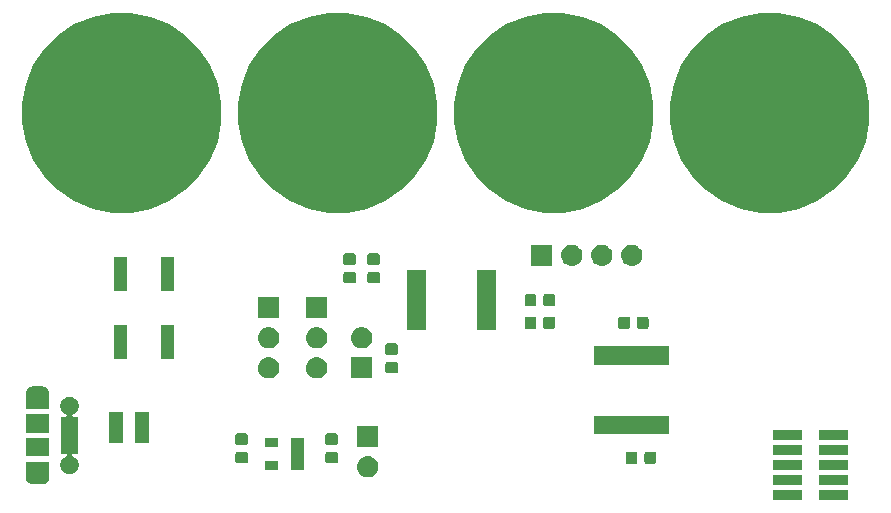
<source format=gbr>
G04 #@! TF.GenerationSoftware,KiCad,Pcbnew,(5.0.1-3-g963ef8bb5)*
G04 #@! TF.CreationDate,2018-11-12T01:28:12+01:00*
G04 #@! TF.ProjectId,MCUmeter,4D43556D657465722E6B696361645F70,rev?*
G04 #@! TF.SameCoordinates,Original*
G04 #@! TF.FileFunction,Soldermask,Top*
G04 #@! TF.FilePolarity,Negative*
%FSLAX46Y46*%
G04 Gerber Fmt 4.6, Leading zero omitted, Abs format (unit mm)*
G04 Created by KiCad (PCBNEW (5.0.1-3-g963ef8bb5)) date 2018 November 12, Monday 01:28:12*
%MOMM*%
%LPD*%
G01*
G04 APERTURE LIST*
%ADD10C,0.100000*%
G04 APERTURE END LIST*
D10*
G36*
X158059000Y-83606000D02*
X155557000Y-83606000D01*
X155557000Y-82764000D01*
X158059000Y-82764000D01*
X158059000Y-83606000D01*
X158059000Y-83606000D01*
G37*
G36*
X154159000Y-83606000D02*
X151657000Y-83606000D01*
X151657000Y-82764000D01*
X154159000Y-82764000D01*
X154159000Y-83606000D01*
X154159000Y-83606000D01*
G37*
G36*
X158059000Y-82336000D02*
X155557000Y-82336000D01*
X155557000Y-81494000D01*
X158059000Y-81494000D01*
X158059000Y-82336000D01*
X158059000Y-82336000D01*
G37*
G36*
X154159000Y-82336000D02*
X151657000Y-82336000D01*
X151657000Y-81494000D01*
X154159000Y-81494000D01*
X154159000Y-82336000D01*
X154159000Y-82336000D01*
G37*
G36*
X90409000Y-81566886D02*
X90409602Y-81579138D01*
X90412149Y-81605000D01*
X90409602Y-81630862D01*
X90409000Y-81643114D01*
X90409000Y-81716407D01*
X90400043Y-81733165D01*
X90395910Y-81744715D01*
X90362355Y-81855333D01*
X90308819Y-81955491D01*
X90301905Y-81968426D01*
X90220553Y-82067553D01*
X90121426Y-82148905D01*
X90121424Y-82148906D01*
X90008333Y-82209355D01*
X89967427Y-82221763D01*
X89885618Y-82246580D01*
X89821855Y-82252860D01*
X89789974Y-82256000D01*
X89026026Y-82256000D01*
X88994145Y-82252860D01*
X88930382Y-82246580D01*
X88848573Y-82221763D01*
X88807667Y-82209355D01*
X88694576Y-82148906D01*
X88694574Y-82148905D01*
X88595447Y-82067553D01*
X88514095Y-81968426D01*
X88507181Y-81955491D01*
X88453645Y-81855333D01*
X88420090Y-81744715D01*
X88410712Y-81722076D01*
X88407000Y-81716520D01*
X88407000Y-81643114D01*
X88406398Y-81630862D01*
X88403851Y-81605000D01*
X88406398Y-81579138D01*
X88407000Y-81566886D01*
X88407000Y-80354000D01*
X90409000Y-80354000D01*
X90409000Y-81566886D01*
X90409000Y-81566886D01*
G37*
G36*
X117458442Y-79877518D02*
X117524627Y-79884037D01*
X117597029Y-79906000D01*
X117694467Y-79935557D01*
X117819222Y-80002241D01*
X117850991Y-80019222D01*
X117886729Y-80048552D01*
X117988186Y-80131814D01*
X118063840Y-80224000D01*
X118100778Y-80269009D01*
X118100779Y-80269011D01*
X118184443Y-80425533D01*
X118184443Y-80425534D01*
X118235963Y-80595373D01*
X118253359Y-80772000D01*
X118235963Y-80948627D01*
X118201846Y-81061095D01*
X118184443Y-81118467D01*
X118171625Y-81142447D01*
X118100778Y-81274991D01*
X118086259Y-81292682D01*
X117988186Y-81412186D01*
X117908743Y-81477382D01*
X117850991Y-81524778D01*
X117850989Y-81524779D01*
X117694467Y-81608443D01*
X117637853Y-81625616D01*
X117524627Y-81659963D01*
X117458442Y-81666482D01*
X117392260Y-81673000D01*
X117303740Y-81673000D01*
X117237558Y-81666482D01*
X117171373Y-81659963D01*
X117058147Y-81625616D01*
X117001533Y-81608443D01*
X116845011Y-81524779D01*
X116845009Y-81524778D01*
X116787257Y-81477382D01*
X116707814Y-81412186D01*
X116609741Y-81292682D01*
X116595222Y-81274991D01*
X116524375Y-81142447D01*
X116511557Y-81118467D01*
X116494154Y-81061095D01*
X116460037Y-80948627D01*
X116442641Y-80772000D01*
X116460037Y-80595373D01*
X116511557Y-80425534D01*
X116511557Y-80425533D01*
X116595221Y-80269011D01*
X116595222Y-80269009D01*
X116632160Y-80224000D01*
X116707814Y-80131814D01*
X116809271Y-80048552D01*
X116845009Y-80019222D01*
X116876778Y-80002241D01*
X117001533Y-79935557D01*
X117098971Y-79906000D01*
X117171373Y-79884037D01*
X117237558Y-79877518D01*
X117303740Y-79871000D01*
X117392260Y-79871000D01*
X117458442Y-79877518D01*
X117458442Y-79877518D01*
G37*
G36*
X92334349Y-74858820D02*
X92334352Y-74858821D01*
X92334351Y-74858821D01*
X92475574Y-74917317D01*
X92600956Y-75001095D01*
X92602674Y-75002243D01*
X92710757Y-75110326D01*
X92710759Y-75110329D01*
X92795683Y-75237426D01*
X92840927Y-75346657D01*
X92854180Y-75378651D01*
X92884000Y-75528569D01*
X92884000Y-75681431D01*
X92854180Y-75831349D01*
X92854179Y-75831351D01*
X92795683Y-75972574D01*
X92795682Y-75972575D01*
X92710757Y-76099674D01*
X92602674Y-76207757D01*
X92602671Y-76207759D01*
X92475574Y-76292683D01*
X92425278Y-76313516D01*
X92403669Y-76325067D01*
X92384727Y-76340612D01*
X92369182Y-76359554D01*
X92357631Y-76381165D01*
X92350518Y-76404614D01*
X92348116Y-76429000D01*
X92350518Y-76453387D01*
X92357631Y-76476836D01*
X92369183Y-76498447D01*
X92384728Y-76517389D01*
X92403670Y-76532934D01*
X92425281Y-76544485D01*
X92448730Y-76551598D01*
X92473116Y-76554000D01*
X92834000Y-76554000D01*
X92834000Y-79656000D01*
X92473116Y-79656000D01*
X92448730Y-79658402D01*
X92425281Y-79665515D01*
X92403670Y-79677066D01*
X92384728Y-79692612D01*
X92369182Y-79711554D01*
X92357631Y-79733165D01*
X92350518Y-79756614D01*
X92348116Y-79781000D01*
X92350518Y-79805386D01*
X92357631Y-79828835D01*
X92369182Y-79850446D01*
X92384728Y-79869388D01*
X92403670Y-79884934D01*
X92425278Y-79896484D01*
X92475574Y-79917317D01*
X92475575Y-79917318D01*
X92602674Y-80002243D01*
X92710757Y-80110326D01*
X92710759Y-80110329D01*
X92795683Y-80237426D01*
X92837922Y-80339401D01*
X92854180Y-80378651D01*
X92884000Y-80528569D01*
X92884000Y-80681431D01*
X92854180Y-80831349D01*
X92854179Y-80831351D01*
X92795683Y-80972574D01*
X92736535Y-81061095D01*
X92710757Y-81099674D01*
X92602674Y-81207757D01*
X92602671Y-81207759D01*
X92475574Y-81292683D01*
X92366343Y-81337927D01*
X92334349Y-81351180D01*
X92184431Y-81381000D01*
X92031569Y-81381000D01*
X91881651Y-81351180D01*
X91849657Y-81337927D01*
X91740426Y-81292683D01*
X91613329Y-81207759D01*
X91613326Y-81207757D01*
X91505243Y-81099674D01*
X91479465Y-81061095D01*
X91420317Y-80972574D01*
X91361821Y-80831351D01*
X91361820Y-80831349D01*
X91332000Y-80681431D01*
X91332000Y-80528569D01*
X91361820Y-80378651D01*
X91378078Y-80339401D01*
X91420317Y-80237426D01*
X91505241Y-80110329D01*
X91505243Y-80110326D01*
X91613326Y-80002243D01*
X91740425Y-79917318D01*
X91740426Y-79917317D01*
X91790722Y-79896484D01*
X91812331Y-79884933D01*
X91831273Y-79869388D01*
X91846818Y-79850446D01*
X91858369Y-79828835D01*
X91865482Y-79805386D01*
X91867884Y-79781000D01*
X91865482Y-79756613D01*
X91858369Y-79733164D01*
X91846817Y-79711553D01*
X91831272Y-79692611D01*
X91812330Y-79677066D01*
X91790719Y-79665515D01*
X91767270Y-79658402D01*
X91742884Y-79656000D01*
X91382000Y-79656000D01*
X91382000Y-76554000D01*
X91742884Y-76554000D01*
X91767270Y-76551598D01*
X91790719Y-76544485D01*
X91812330Y-76532934D01*
X91831272Y-76517388D01*
X91846818Y-76498446D01*
X91858369Y-76476835D01*
X91865482Y-76453386D01*
X91867884Y-76429000D01*
X91865482Y-76404614D01*
X91858369Y-76381165D01*
X91846818Y-76359554D01*
X91831272Y-76340612D01*
X91812330Y-76325066D01*
X91790722Y-76313516D01*
X91740426Y-76292683D01*
X91613329Y-76207759D01*
X91613326Y-76207757D01*
X91505243Y-76099674D01*
X91420318Y-75972575D01*
X91420317Y-75972574D01*
X91361821Y-75831351D01*
X91361820Y-75831349D01*
X91332000Y-75681431D01*
X91332000Y-75528569D01*
X91361820Y-75378651D01*
X91375073Y-75346657D01*
X91420317Y-75237426D01*
X91505241Y-75110329D01*
X91505243Y-75110326D01*
X91613326Y-75002243D01*
X91615044Y-75001095D01*
X91740426Y-74917317D01*
X91881649Y-74858821D01*
X91881648Y-74858821D01*
X91881651Y-74858820D01*
X92031569Y-74829000D01*
X92184431Y-74829000D01*
X92334349Y-74858820D01*
X92334349Y-74858820D01*
G37*
G36*
X158059000Y-81066000D02*
X155557000Y-81066000D01*
X155557000Y-80224000D01*
X158059000Y-80224000D01*
X158059000Y-81066000D01*
X158059000Y-81066000D01*
G37*
G36*
X154159000Y-81066000D02*
X151657000Y-81066000D01*
X151657000Y-80224000D01*
X154159000Y-80224000D01*
X154159000Y-81066000D01*
X154159000Y-81066000D01*
G37*
G36*
X109801000Y-81016000D02*
X108639000Y-81016000D01*
X108639000Y-80264000D01*
X109801000Y-80264000D01*
X109801000Y-81016000D01*
X109801000Y-81016000D01*
G37*
G36*
X112001000Y-81016000D02*
X110839000Y-81016000D01*
X110839000Y-78364000D01*
X112001000Y-78364000D01*
X112001000Y-81016000D01*
X112001000Y-81016000D01*
G37*
G36*
X140042091Y-79488085D02*
X140076069Y-79498393D01*
X140107387Y-79515133D01*
X140134839Y-79537661D01*
X140157367Y-79565113D01*
X140174107Y-79596431D01*
X140184415Y-79630409D01*
X140188500Y-79671890D01*
X140188500Y-80348110D01*
X140184415Y-80389591D01*
X140174107Y-80423569D01*
X140157367Y-80454887D01*
X140134839Y-80482339D01*
X140107387Y-80504867D01*
X140076069Y-80521607D01*
X140042091Y-80531915D01*
X140000610Y-80536000D01*
X139399390Y-80536000D01*
X139357909Y-80531915D01*
X139323931Y-80521607D01*
X139292613Y-80504867D01*
X139265161Y-80482339D01*
X139242633Y-80454887D01*
X139225893Y-80423569D01*
X139215585Y-80389591D01*
X139211500Y-80348110D01*
X139211500Y-79671890D01*
X139215585Y-79630409D01*
X139225893Y-79596431D01*
X139242633Y-79565113D01*
X139265161Y-79537661D01*
X139292613Y-79515133D01*
X139323931Y-79498393D01*
X139357909Y-79488085D01*
X139399390Y-79484000D01*
X140000610Y-79484000D01*
X140042091Y-79488085D01*
X140042091Y-79488085D01*
G37*
G36*
X141617091Y-79488085D02*
X141651069Y-79498393D01*
X141682387Y-79515133D01*
X141709839Y-79537661D01*
X141732367Y-79565113D01*
X141749107Y-79596431D01*
X141759415Y-79630409D01*
X141763500Y-79671890D01*
X141763500Y-80348110D01*
X141759415Y-80389591D01*
X141749107Y-80423569D01*
X141732367Y-80454887D01*
X141709839Y-80482339D01*
X141682387Y-80504867D01*
X141651069Y-80521607D01*
X141617091Y-80531915D01*
X141575610Y-80536000D01*
X140974390Y-80536000D01*
X140932909Y-80531915D01*
X140898931Y-80521607D01*
X140867613Y-80504867D01*
X140840161Y-80482339D01*
X140817633Y-80454887D01*
X140800893Y-80423569D01*
X140790585Y-80389591D01*
X140786500Y-80348110D01*
X140786500Y-79671890D01*
X140790585Y-79630409D01*
X140800893Y-79596431D01*
X140817633Y-79565113D01*
X140840161Y-79537661D01*
X140867613Y-79515133D01*
X140898931Y-79498393D01*
X140932909Y-79488085D01*
X140974390Y-79484000D01*
X141575610Y-79484000D01*
X141617091Y-79488085D01*
X141617091Y-79488085D01*
G37*
G36*
X107059591Y-79525585D02*
X107093569Y-79535893D01*
X107124887Y-79552633D01*
X107152339Y-79575161D01*
X107174867Y-79602613D01*
X107191607Y-79633931D01*
X107201915Y-79667909D01*
X107206000Y-79709390D01*
X107206000Y-80310610D01*
X107201915Y-80352091D01*
X107191607Y-80386069D01*
X107174867Y-80417387D01*
X107152339Y-80444839D01*
X107124887Y-80467367D01*
X107093569Y-80484107D01*
X107059591Y-80494415D01*
X107018110Y-80498500D01*
X106341890Y-80498500D01*
X106300409Y-80494415D01*
X106266431Y-80484107D01*
X106235113Y-80467367D01*
X106207661Y-80444839D01*
X106185133Y-80417387D01*
X106168393Y-80386069D01*
X106158085Y-80352091D01*
X106154000Y-80310610D01*
X106154000Y-79709390D01*
X106158085Y-79667909D01*
X106168393Y-79633931D01*
X106185133Y-79602613D01*
X106207661Y-79575161D01*
X106235113Y-79552633D01*
X106266431Y-79535893D01*
X106300409Y-79525585D01*
X106341890Y-79521500D01*
X107018110Y-79521500D01*
X107059591Y-79525585D01*
X107059591Y-79525585D01*
G37*
G36*
X114679591Y-79525585D02*
X114713569Y-79535893D01*
X114744887Y-79552633D01*
X114772339Y-79575161D01*
X114794867Y-79602613D01*
X114811607Y-79633931D01*
X114821915Y-79667909D01*
X114826000Y-79709390D01*
X114826000Y-80310610D01*
X114821915Y-80352091D01*
X114811607Y-80386069D01*
X114794867Y-80417387D01*
X114772339Y-80444839D01*
X114744887Y-80467367D01*
X114713569Y-80484107D01*
X114679591Y-80494415D01*
X114638110Y-80498500D01*
X113961890Y-80498500D01*
X113920409Y-80494415D01*
X113886431Y-80484107D01*
X113855113Y-80467367D01*
X113827661Y-80444839D01*
X113805133Y-80417387D01*
X113788393Y-80386069D01*
X113778085Y-80352091D01*
X113774000Y-80310610D01*
X113774000Y-79709390D01*
X113778085Y-79667909D01*
X113788393Y-79633931D01*
X113805133Y-79602613D01*
X113827661Y-79575161D01*
X113855113Y-79552633D01*
X113886431Y-79535893D01*
X113920409Y-79525585D01*
X113961890Y-79521500D01*
X114638110Y-79521500D01*
X114679591Y-79525585D01*
X114679591Y-79525585D01*
G37*
G36*
X90409000Y-79906000D02*
X88407000Y-79906000D01*
X88407000Y-78304000D01*
X90409000Y-78304000D01*
X90409000Y-79906000D01*
X90409000Y-79906000D01*
G37*
G36*
X158059000Y-79796000D02*
X155557000Y-79796000D01*
X155557000Y-78954000D01*
X158059000Y-78954000D01*
X158059000Y-79796000D01*
X158059000Y-79796000D01*
G37*
G36*
X154159000Y-79796000D02*
X151657000Y-79796000D01*
X151657000Y-78954000D01*
X154159000Y-78954000D01*
X154159000Y-79796000D01*
X154159000Y-79796000D01*
G37*
G36*
X118249000Y-79133000D02*
X116447000Y-79133000D01*
X116447000Y-77331000D01*
X118249000Y-77331000D01*
X118249000Y-79133000D01*
X118249000Y-79133000D01*
G37*
G36*
X109801000Y-79116000D02*
X108639000Y-79116000D01*
X108639000Y-78364000D01*
X109801000Y-78364000D01*
X109801000Y-79116000D01*
X109801000Y-79116000D01*
G37*
G36*
X114679591Y-77950585D02*
X114713569Y-77960893D01*
X114744887Y-77977633D01*
X114772339Y-78000161D01*
X114794867Y-78027613D01*
X114811607Y-78058931D01*
X114821915Y-78092909D01*
X114826000Y-78134390D01*
X114826000Y-78735610D01*
X114821915Y-78777091D01*
X114811607Y-78811069D01*
X114794867Y-78842387D01*
X114772339Y-78869839D01*
X114744887Y-78892367D01*
X114713569Y-78909107D01*
X114679591Y-78919415D01*
X114638110Y-78923500D01*
X113961890Y-78923500D01*
X113920409Y-78919415D01*
X113886431Y-78909107D01*
X113855113Y-78892367D01*
X113827661Y-78869839D01*
X113805133Y-78842387D01*
X113788393Y-78811069D01*
X113778085Y-78777091D01*
X113774000Y-78735610D01*
X113774000Y-78134390D01*
X113778085Y-78092909D01*
X113788393Y-78058931D01*
X113805133Y-78027613D01*
X113827661Y-78000161D01*
X113855113Y-77977633D01*
X113886431Y-77960893D01*
X113920409Y-77950585D01*
X113961890Y-77946500D01*
X114638110Y-77946500D01*
X114679591Y-77950585D01*
X114679591Y-77950585D01*
G37*
G36*
X107059591Y-77950585D02*
X107093569Y-77960893D01*
X107124887Y-77977633D01*
X107152339Y-78000161D01*
X107174867Y-78027613D01*
X107191607Y-78058931D01*
X107201915Y-78092909D01*
X107206000Y-78134390D01*
X107206000Y-78735610D01*
X107201915Y-78777091D01*
X107191607Y-78811069D01*
X107174867Y-78842387D01*
X107152339Y-78869839D01*
X107124887Y-78892367D01*
X107093569Y-78909107D01*
X107059591Y-78919415D01*
X107018110Y-78923500D01*
X106341890Y-78923500D01*
X106300409Y-78919415D01*
X106266431Y-78909107D01*
X106235113Y-78892367D01*
X106207661Y-78869839D01*
X106185133Y-78842387D01*
X106168393Y-78811069D01*
X106158085Y-78777091D01*
X106154000Y-78735610D01*
X106154000Y-78134390D01*
X106158085Y-78092909D01*
X106168393Y-78058931D01*
X106185133Y-78027613D01*
X106207661Y-78000161D01*
X106235113Y-77977633D01*
X106266431Y-77960893D01*
X106300409Y-77950585D01*
X106341890Y-77946500D01*
X107018110Y-77946500D01*
X107059591Y-77950585D01*
X107059591Y-77950585D01*
G37*
G36*
X98836000Y-78796000D02*
X97674000Y-78796000D01*
X97674000Y-76144000D01*
X98836000Y-76144000D01*
X98836000Y-78796000D01*
X98836000Y-78796000D01*
G37*
G36*
X96636000Y-78796000D02*
X95474000Y-78796000D01*
X95474000Y-76144000D01*
X96636000Y-76144000D01*
X96636000Y-78796000D01*
X96636000Y-78796000D01*
G37*
G36*
X154159000Y-78526000D02*
X151657000Y-78526000D01*
X151657000Y-77684000D01*
X154159000Y-77684000D01*
X154159000Y-78526000D01*
X154159000Y-78526000D01*
G37*
G36*
X158059000Y-78526000D02*
X155557000Y-78526000D01*
X155557000Y-77684000D01*
X158059000Y-77684000D01*
X158059000Y-78526000D01*
X158059000Y-78526000D01*
G37*
G36*
X142901000Y-78021000D02*
X136499000Y-78021000D01*
X136499000Y-76469000D01*
X142901000Y-76469000D01*
X142901000Y-78021000D01*
X142901000Y-78021000D01*
G37*
G36*
X90409000Y-77906000D02*
X88407000Y-77906000D01*
X88407000Y-76304000D01*
X90409000Y-76304000D01*
X90409000Y-77906000D01*
X90409000Y-77906000D01*
G37*
G36*
X89821855Y-73957140D02*
X89885618Y-73963420D01*
X89967427Y-73988237D01*
X90008333Y-74000645D01*
X90108491Y-74054181D01*
X90121426Y-74061095D01*
X90220553Y-74142447D01*
X90301905Y-74241574D01*
X90301906Y-74241576D01*
X90362355Y-74354667D01*
X90395910Y-74465285D01*
X90405288Y-74487924D01*
X90409000Y-74493480D01*
X90409000Y-74566886D01*
X90409602Y-74579138D01*
X90412149Y-74605000D01*
X90409602Y-74630862D01*
X90409000Y-74643114D01*
X90409000Y-75856000D01*
X88407000Y-75856000D01*
X88407000Y-74643114D01*
X88406398Y-74630862D01*
X88403851Y-74605000D01*
X88406398Y-74579138D01*
X88407000Y-74566886D01*
X88407000Y-74493593D01*
X88415957Y-74476835D01*
X88420090Y-74465285D01*
X88453645Y-74354667D01*
X88514094Y-74241576D01*
X88514095Y-74241574D01*
X88595447Y-74142447D01*
X88694574Y-74061095D01*
X88707509Y-74054181D01*
X88807667Y-74000645D01*
X88848573Y-73988237D01*
X88930382Y-73963420D01*
X88994145Y-73957140D01*
X89026026Y-73954000D01*
X89789974Y-73954000D01*
X89821855Y-73957140D01*
X89821855Y-73957140D01*
G37*
G36*
X117741000Y-73291000D02*
X115939000Y-73291000D01*
X115939000Y-71489000D01*
X117741000Y-71489000D01*
X117741000Y-73291000D01*
X117741000Y-73291000D01*
G37*
G36*
X113140443Y-71495519D02*
X113206627Y-71502037D01*
X113319853Y-71536384D01*
X113376467Y-71553557D01*
X113493288Y-71616000D01*
X113532991Y-71637222D01*
X113568729Y-71666552D01*
X113670186Y-71749814D01*
X113753448Y-71851271D01*
X113782778Y-71887009D01*
X113782779Y-71887011D01*
X113866443Y-72043533D01*
X113866443Y-72043534D01*
X113917963Y-72213373D01*
X113935359Y-72390000D01*
X113917963Y-72566627D01*
X113897450Y-72634250D01*
X113866443Y-72736467D01*
X113807165Y-72847367D01*
X113782778Y-72892991D01*
X113753448Y-72928729D01*
X113670186Y-73030186D01*
X113568729Y-73113448D01*
X113532991Y-73142778D01*
X113532989Y-73142779D01*
X113376467Y-73226443D01*
X113319853Y-73243616D01*
X113206627Y-73277963D01*
X113140443Y-73284481D01*
X113074260Y-73291000D01*
X112985740Y-73291000D01*
X112919557Y-73284481D01*
X112853373Y-73277963D01*
X112740147Y-73243616D01*
X112683533Y-73226443D01*
X112527011Y-73142779D01*
X112527009Y-73142778D01*
X112491271Y-73113448D01*
X112389814Y-73030186D01*
X112306552Y-72928729D01*
X112277222Y-72892991D01*
X112252835Y-72847367D01*
X112193557Y-72736467D01*
X112162550Y-72634250D01*
X112142037Y-72566627D01*
X112124641Y-72390000D01*
X112142037Y-72213373D01*
X112193557Y-72043534D01*
X112193557Y-72043533D01*
X112277221Y-71887011D01*
X112277222Y-71887009D01*
X112306552Y-71851271D01*
X112389814Y-71749814D01*
X112491271Y-71666552D01*
X112527009Y-71637222D01*
X112566712Y-71616000D01*
X112683533Y-71553557D01*
X112740147Y-71536384D01*
X112853373Y-71502037D01*
X112919557Y-71495519D01*
X112985740Y-71489000D01*
X113074260Y-71489000D01*
X113140443Y-71495519D01*
X113140443Y-71495519D01*
G37*
G36*
X109076443Y-71495519D02*
X109142627Y-71502037D01*
X109255853Y-71536384D01*
X109312467Y-71553557D01*
X109429288Y-71616000D01*
X109468991Y-71637222D01*
X109504729Y-71666552D01*
X109606186Y-71749814D01*
X109689448Y-71851271D01*
X109718778Y-71887009D01*
X109718779Y-71887011D01*
X109802443Y-72043533D01*
X109802443Y-72043534D01*
X109853963Y-72213373D01*
X109871359Y-72390000D01*
X109853963Y-72566627D01*
X109833450Y-72634250D01*
X109802443Y-72736467D01*
X109743165Y-72847367D01*
X109718778Y-72892991D01*
X109689448Y-72928729D01*
X109606186Y-73030186D01*
X109504729Y-73113448D01*
X109468991Y-73142778D01*
X109468989Y-73142779D01*
X109312467Y-73226443D01*
X109255853Y-73243616D01*
X109142627Y-73277963D01*
X109076443Y-73284481D01*
X109010260Y-73291000D01*
X108921740Y-73291000D01*
X108855557Y-73284481D01*
X108789373Y-73277963D01*
X108676147Y-73243616D01*
X108619533Y-73226443D01*
X108463011Y-73142779D01*
X108463009Y-73142778D01*
X108427271Y-73113448D01*
X108325814Y-73030186D01*
X108242552Y-72928729D01*
X108213222Y-72892991D01*
X108188835Y-72847367D01*
X108129557Y-72736467D01*
X108098550Y-72634250D01*
X108078037Y-72566627D01*
X108060641Y-72390000D01*
X108078037Y-72213373D01*
X108129557Y-72043534D01*
X108129557Y-72043533D01*
X108213221Y-71887011D01*
X108213222Y-71887009D01*
X108242552Y-71851271D01*
X108325814Y-71749814D01*
X108427271Y-71666552D01*
X108463009Y-71637222D01*
X108502712Y-71616000D01*
X108619533Y-71553557D01*
X108676147Y-71536384D01*
X108789373Y-71502037D01*
X108855557Y-71495519D01*
X108921740Y-71489000D01*
X109010260Y-71489000D01*
X109076443Y-71495519D01*
X109076443Y-71495519D01*
G37*
G36*
X119759591Y-71905585D02*
X119793569Y-71915893D01*
X119824887Y-71932633D01*
X119852339Y-71955161D01*
X119874867Y-71982613D01*
X119891607Y-72013931D01*
X119901915Y-72047909D01*
X119906000Y-72089390D01*
X119906000Y-72690610D01*
X119901915Y-72732091D01*
X119891607Y-72766069D01*
X119874867Y-72797387D01*
X119852339Y-72824839D01*
X119824887Y-72847367D01*
X119793569Y-72864107D01*
X119759591Y-72874415D01*
X119718110Y-72878500D01*
X119041890Y-72878500D01*
X119000409Y-72874415D01*
X118966431Y-72864107D01*
X118935113Y-72847367D01*
X118907661Y-72824839D01*
X118885133Y-72797387D01*
X118868393Y-72766069D01*
X118858085Y-72732091D01*
X118854000Y-72690610D01*
X118854000Y-72089390D01*
X118858085Y-72047909D01*
X118868393Y-72013931D01*
X118885133Y-71982613D01*
X118907661Y-71955161D01*
X118935113Y-71932633D01*
X118966431Y-71915893D01*
X119000409Y-71905585D01*
X119041890Y-71901500D01*
X119718110Y-71901500D01*
X119759591Y-71905585D01*
X119759591Y-71905585D01*
G37*
G36*
X142901000Y-72121000D02*
X136499000Y-72121000D01*
X136499000Y-70569000D01*
X142901000Y-70569000D01*
X142901000Y-72121000D01*
X142901000Y-72121000D01*
G37*
G36*
X100976000Y-71616000D02*
X99874000Y-71616000D01*
X99874000Y-68764000D01*
X100976000Y-68764000D01*
X100976000Y-71616000D01*
X100976000Y-71616000D01*
G37*
G36*
X96976000Y-71616000D02*
X95874000Y-71616000D01*
X95874000Y-68764000D01*
X96976000Y-68764000D01*
X96976000Y-71616000D01*
X96976000Y-71616000D01*
G37*
G36*
X119759591Y-70330585D02*
X119793569Y-70340893D01*
X119824887Y-70357633D01*
X119852339Y-70380161D01*
X119874867Y-70407613D01*
X119891607Y-70438931D01*
X119901915Y-70472909D01*
X119906000Y-70514390D01*
X119906000Y-71115610D01*
X119901915Y-71157091D01*
X119891607Y-71191069D01*
X119874867Y-71222387D01*
X119852339Y-71249839D01*
X119824887Y-71272367D01*
X119793569Y-71289107D01*
X119759591Y-71299415D01*
X119718110Y-71303500D01*
X119041890Y-71303500D01*
X119000409Y-71299415D01*
X118966431Y-71289107D01*
X118935113Y-71272367D01*
X118907661Y-71249839D01*
X118885133Y-71222387D01*
X118868393Y-71191069D01*
X118858085Y-71157091D01*
X118854000Y-71115610D01*
X118854000Y-70514390D01*
X118858085Y-70472909D01*
X118868393Y-70438931D01*
X118885133Y-70407613D01*
X118907661Y-70380161D01*
X118935113Y-70357633D01*
X118966431Y-70340893D01*
X119000409Y-70330585D01*
X119041890Y-70326500D01*
X119718110Y-70326500D01*
X119759591Y-70330585D01*
X119759591Y-70330585D01*
G37*
G36*
X116947412Y-68955220D02*
X117016627Y-68962037D01*
X117120574Y-68993569D01*
X117186467Y-69013557D01*
X117282402Y-69064836D01*
X117342991Y-69097222D01*
X117378729Y-69126552D01*
X117480186Y-69209814D01*
X117563448Y-69311271D01*
X117592778Y-69347009D01*
X117592779Y-69347011D01*
X117676443Y-69503533D01*
X117676443Y-69503534D01*
X117727963Y-69673373D01*
X117745359Y-69850000D01*
X117727963Y-70026627D01*
X117693616Y-70139853D01*
X117676443Y-70196467D01*
X117606938Y-70326500D01*
X117592778Y-70352991D01*
X117588968Y-70357633D01*
X117480186Y-70490186D01*
X117384149Y-70569000D01*
X117342991Y-70602778D01*
X117342989Y-70602779D01*
X117186467Y-70686443D01*
X117129853Y-70703616D01*
X117016627Y-70737963D01*
X116950443Y-70744481D01*
X116884260Y-70751000D01*
X116795740Y-70751000D01*
X116729557Y-70744481D01*
X116663373Y-70737963D01*
X116550147Y-70703616D01*
X116493533Y-70686443D01*
X116337011Y-70602779D01*
X116337009Y-70602778D01*
X116295851Y-70569000D01*
X116199814Y-70490186D01*
X116091032Y-70357633D01*
X116087222Y-70352991D01*
X116073062Y-70326500D01*
X116003557Y-70196467D01*
X115986384Y-70139853D01*
X115952037Y-70026627D01*
X115934641Y-69850000D01*
X115952037Y-69673373D01*
X116003557Y-69503534D01*
X116003557Y-69503533D01*
X116087221Y-69347011D01*
X116087222Y-69347009D01*
X116116552Y-69311271D01*
X116199814Y-69209814D01*
X116301271Y-69126552D01*
X116337009Y-69097222D01*
X116397598Y-69064836D01*
X116493533Y-69013557D01*
X116559426Y-68993569D01*
X116663373Y-68962037D01*
X116732588Y-68955220D01*
X116795740Y-68949000D01*
X116884260Y-68949000D01*
X116947412Y-68955220D01*
X116947412Y-68955220D01*
G37*
G36*
X113137412Y-68955220D02*
X113206627Y-68962037D01*
X113310574Y-68993569D01*
X113376467Y-69013557D01*
X113472402Y-69064836D01*
X113532991Y-69097222D01*
X113568729Y-69126552D01*
X113670186Y-69209814D01*
X113753448Y-69311271D01*
X113782778Y-69347009D01*
X113782779Y-69347011D01*
X113866443Y-69503533D01*
X113866443Y-69503534D01*
X113917963Y-69673373D01*
X113935359Y-69850000D01*
X113917963Y-70026627D01*
X113883616Y-70139853D01*
X113866443Y-70196467D01*
X113796938Y-70326500D01*
X113782778Y-70352991D01*
X113778968Y-70357633D01*
X113670186Y-70490186D01*
X113574149Y-70569000D01*
X113532991Y-70602778D01*
X113532989Y-70602779D01*
X113376467Y-70686443D01*
X113319853Y-70703616D01*
X113206627Y-70737963D01*
X113140443Y-70744481D01*
X113074260Y-70751000D01*
X112985740Y-70751000D01*
X112919557Y-70744481D01*
X112853373Y-70737963D01*
X112740147Y-70703616D01*
X112683533Y-70686443D01*
X112527011Y-70602779D01*
X112527009Y-70602778D01*
X112485851Y-70569000D01*
X112389814Y-70490186D01*
X112281032Y-70357633D01*
X112277222Y-70352991D01*
X112263062Y-70326500D01*
X112193557Y-70196467D01*
X112176384Y-70139853D01*
X112142037Y-70026627D01*
X112124641Y-69850000D01*
X112142037Y-69673373D01*
X112193557Y-69503534D01*
X112193557Y-69503533D01*
X112277221Y-69347011D01*
X112277222Y-69347009D01*
X112306552Y-69311271D01*
X112389814Y-69209814D01*
X112491271Y-69126552D01*
X112527009Y-69097222D01*
X112587598Y-69064836D01*
X112683533Y-69013557D01*
X112749426Y-68993569D01*
X112853373Y-68962037D01*
X112922588Y-68955220D01*
X112985740Y-68949000D01*
X113074260Y-68949000D01*
X113137412Y-68955220D01*
X113137412Y-68955220D01*
G37*
G36*
X109073412Y-68955220D02*
X109142627Y-68962037D01*
X109246574Y-68993569D01*
X109312467Y-69013557D01*
X109408402Y-69064836D01*
X109468991Y-69097222D01*
X109504729Y-69126552D01*
X109606186Y-69209814D01*
X109689448Y-69311271D01*
X109718778Y-69347009D01*
X109718779Y-69347011D01*
X109802443Y-69503533D01*
X109802443Y-69503534D01*
X109853963Y-69673373D01*
X109871359Y-69850000D01*
X109853963Y-70026627D01*
X109819616Y-70139853D01*
X109802443Y-70196467D01*
X109732938Y-70326500D01*
X109718778Y-70352991D01*
X109714968Y-70357633D01*
X109606186Y-70490186D01*
X109510149Y-70569000D01*
X109468991Y-70602778D01*
X109468989Y-70602779D01*
X109312467Y-70686443D01*
X109255853Y-70703616D01*
X109142627Y-70737963D01*
X109076443Y-70744481D01*
X109010260Y-70751000D01*
X108921740Y-70751000D01*
X108855557Y-70744481D01*
X108789373Y-70737963D01*
X108676147Y-70703616D01*
X108619533Y-70686443D01*
X108463011Y-70602779D01*
X108463009Y-70602778D01*
X108421851Y-70569000D01*
X108325814Y-70490186D01*
X108217032Y-70357633D01*
X108213222Y-70352991D01*
X108199062Y-70326500D01*
X108129557Y-70196467D01*
X108112384Y-70139853D01*
X108078037Y-70026627D01*
X108060641Y-69850000D01*
X108078037Y-69673373D01*
X108129557Y-69503534D01*
X108129557Y-69503533D01*
X108213221Y-69347011D01*
X108213222Y-69347009D01*
X108242552Y-69311271D01*
X108325814Y-69209814D01*
X108427271Y-69126552D01*
X108463009Y-69097222D01*
X108523598Y-69064836D01*
X108619533Y-69013557D01*
X108685426Y-68993569D01*
X108789373Y-68962037D01*
X108858588Y-68955220D01*
X108921740Y-68949000D01*
X109010260Y-68949000D01*
X109073412Y-68955220D01*
X109073412Y-68955220D01*
G37*
G36*
X128211000Y-69226000D02*
X126609000Y-69226000D01*
X126609000Y-64124000D01*
X128211000Y-64124000D01*
X128211000Y-69226000D01*
X128211000Y-69226000D01*
G37*
G36*
X122311000Y-69226000D02*
X120709000Y-69226000D01*
X120709000Y-64124000D01*
X122311000Y-64124000D01*
X122311000Y-69226000D01*
X122311000Y-69226000D01*
G37*
G36*
X131482091Y-68058085D02*
X131516069Y-68068393D01*
X131547387Y-68085133D01*
X131574839Y-68107661D01*
X131597367Y-68135113D01*
X131614107Y-68166431D01*
X131624415Y-68200409D01*
X131628500Y-68241890D01*
X131628500Y-68918110D01*
X131624415Y-68959591D01*
X131614107Y-68993569D01*
X131597367Y-69024887D01*
X131574839Y-69052339D01*
X131547387Y-69074867D01*
X131516069Y-69091607D01*
X131482091Y-69101915D01*
X131440610Y-69106000D01*
X130839390Y-69106000D01*
X130797909Y-69101915D01*
X130763931Y-69091607D01*
X130732613Y-69074867D01*
X130705161Y-69052339D01*
X130682633Y-69024887D01*
X130665893Y-68993569D01*
X130655585Y-68959591D01*
X130651500Y-68918110D01*
X130651500Y-68241890D01*
X130655585Y-68200409D01*
X130665893Y-68166431D01*
X130682633Y-68135113D01*
X130705161Y-68107661D01*
X130732613Y-68085133D01*
X130763931Y-68068393D01*
X130797909Y-68058085D01*
X130839390Y-68054000D01*
X131440610Y-68054000D01*
X131482091Y-68058085D01*
X131482091Y-68058085D01*
G37*
G36*
X133057091Y-68058085D02*
X133091069Y-68068393D01*
X133122387Y-68085133D01*
X133149839Y-68107661D01*
X133172367Y-68135113D01*
X133189107Y-68166431D01*
X133199415Y-68200409D01*
X133203500Y-68241890D01*
X133203500Y-68918110D01*
X133199415Y-68959591D01*
X133189107Y-68993569D01*
X133172367Y-69024887D01*
X133149839Y-69052339D01*
X133122387Y-69074867D01*
X133091069Y-69091607D01*
X133057091Y-69101915D01*
X133015610Y-69106000D01*
X132414390Y-69106000D01*
X132372909Y-69101915D01*
X132338931Y-69091607D01*
X132307613Y-69074867D01*
X132280161Y-69052339D01*
X132257633Y-69024887D01*
X132240893Y-68993569D01*
X132230585Y-68959591D01*
X132226500Y-68918110D01*
X132226500Y-68241890D01*
X132230585Y-68200409D01*
X132240893Y-68166431D01*
X132257633Y-68135113D01*
X132280161Y-68107661D01*
X132307613Y-68085133D01*
X132338931Y-68068393D01*
X132372909Y-68058085D01*
X132414390Y-68054000D01*
X133015610Y-68054000D01*
X133057091Y-68058085D01*
X133057091Y-68058085D01*
G37*
G36*
X140982091Y-68058085D02*
X141016069Y-68068393D01*
X141047387Y-68085133D01*
X141074839Y-68107661D01*
X141097367Y-68135113D01*
X141114107Y-68166431D01*
X141124415Y-68200409D01*
X141128500Y-68241890D01*
X141128500Y-68918110D01*
X141124415Y-68959591D01*
X141114107Y-68993569D01*
X141097367Y-69024887D01*
X141074839Y-69052339D01*
X141047387Y-69074867D01*
X141016069Y-69091607D01*
X140982091Y-69101915D01*
X140940610Y-69106000D01*
X140339390Y-69106000D01*
X140297909Y-69101915D01*
X140263931Y-69091607D01*
X140232613Y-69074867D01*
X140205161Y-69052339D01*
X140182633Y-69024887D01*
X140165893Y-68993569D01*
X140155585Y-68959591D01*
X140151500Y-68918110D01*
X140151500Y-68241890D01*
X140155585Y-68200409D01*
X140165893Y-68166431D01*
X140182633Y-68135113D01*
X140205161Y-68107661D01*
X140232613Y-68085133D01*
X140263931Y-68068393D01*
X140297909Y-68058085D01*
X140339390Y-68054000D01*
X140940610Y-68054000D01*
X140982091Y-68058085D01*
X140982091Y-68058085D01*
G37*
G36*
X139407091Y-68058085D02*
X139441069Y-68068393D01*
X139472387Y-68085133D01*
X139499839Y-68107661D01*
X139522367Y-68135113D01*
X139539107Y-68166431D01*
X139549415Y-68200409D01*
X139553500Y-68241890D01*
X139553500Y-68918110D01*
X139549415Y-68959591D01*
X139539107Y-68993569D01*
X139522367Y-69024887D01*
X139499839Y-69052339D01*
X139472387Y-69074867D01*
X139441069Y-69091607D01*
X139407091Y-69101915D01*
X139365610Y-69106000D01*
X138764390Y-69106000D01*
X138722909Y-69101915D01*
X138688931Y-69091607D01*
X138657613Y-69074867D01*
X138630161Y-69052339D01*
X138607633Y-69024887D01*
X138590893Y-68993569D01*
X138580585Y-68959591D01*
X138576500Y-68918110D01*
X138576500Y-68241890D01*
X138580585Y-68200409D01*
X138590893Y-68166431D01*
X138607633Y-68135113D01*
X138630161Y-68107661D01*
X138657613Y-68085133D01*
X138688931Y-68068393D01*
X138722909Y-68058085D01*
X138764390Y-68054000D01*
X139365610Y-68054000D01*
X139407091Y-68058085D01*
X139407091Y-68058085D01*
G37*
G36*
X109867000Y-68211000D02*
X108065000Y-68211000D01*
X108065000Y-66409000D01*
X109867000Y-66409000D01*
X109867000Y-68211000D01*
X109867000Y-68211000D01*
G37*
G36*
X113931000Y-68211000D02*
X112129000Y-68211000D01*
X112129000Y-66409000D01*
X113931000Y-66409000D01*
X113931000Y-68211000D01*
X113931000Y-68211000D01*
G37*
G36*
X131482091Y-66153085D02*
X131516069Y-66163393D01*
X131547387Y-66180133D01*
X131574839Y-66202661D01*
X131597367Y-66230113D01*
X131614107Y-66261431D01*
X131624415Y-66295409D01*
X131628500Y-66336890D01*
X131628500Y-67013110D01*
X131624415Y-67054591D01*
X131614107Y-67088569D01*
X131597367Y-67119887D01*
X131574839Y-67147339D01*
X131547387Y-67169867D01*
X131516069Y-67186607D01*
X131482091Y-67196915D01*
X131440610Y-67201000D01*
X130839390Y-67201000D01*
X130797909Y-67196915D01*
X130763931Y-67186607D01*
X130732613Y-67169867D01*
X130705161Y-67147339D01*
X130682633Y-67119887D01*
X130665893Y-67088569D01*
X130655585Y-67054591D01*
X130651500Y-67013110D01*
X130651500Y-66336890D01*
X130655585Y-66295409D01*
X130665893Y-66261431D01*
X130682633Y-66230113D01*
X130705161Y-66202661D01*
X130732613Y-66180133D01*
X130763931Y-66163393D01*
X130797909Y-66153085D01*
X130839390Y-66149000D01*
X131440610Y-66149000D01*
X131482091Y-66153085D01*
X131482091Y-66153085D01*
G37*
G36*
X133057091Y-66153085D02*
X133091069Y-66163393D01*
X133122387Y-66180133D01*
X133149839Y-66202661D01*
X133172367Y-66230113D01*
X133189107Y-66261431D01*
X133199415Y-66295409D01*
X133203500Y-66336890D01*
X133203500Y-67013110D01*
X133199415Y-67054591D01*
X133189107Y-67088569D01*
X133172367Y-67119887D01*
X133149839Y-67147339D01*
X133122387Y-67169867D01*
X133091069Y-67186607D01*
X133057091Y-67196915D01*
X133015610Y-67201000D01*
X132414390Y-67201000D01*
X132372909Y-67196915D01*
X132338931Y-67186607D01*
X132307613Y-67169867D01*
X132280161Y-67147339D01*
X132257633Y-67119887D01*
X132240893Y-67088569D01*
X132230585Y-67054591D01*
X132226500Y-67013110D01*
X132226500Y-66336890D01*
X132230585Y-66295409D01*
X132240893Y-66261431D01*
X132257633Y-66230113D01*
X132280161Y-66202661D01*
X132307613Y-66180133D01*
X132338931Y-66163393D01*
X132372909Y-66153085D01*
X132414390Y-66149000D01*
X133015610Y-66149000D01*
X133057091Y-66153085D01*
X133057091Y-66153085D01*
G37*
G36*
X96976000Y-65856000D02*
X95874000Y-65856000D01*
X95874000Y-63004000D01*
X96976000Y-63004000D01*
X96976000Y-65856000D01*
X96976000Y-65856000D01*
G37*
G36*
X100976000Y-65856000D02*
X99874000Y-65856000D01*
X99874000Y-63004000D01*
X100976000Y-63004000D01*
X100976000Y-65856000D01*
X100976000Y-65856000D01*
G37*
G36*
X118235591Y-64285585D02*
X118269569Y-64295893D01*
X118300887Y-64312633D01*
X118328339Y-64335161D01*
X118350867Y-64362613D01*
X118367607Y-64393931D01*
X118377915Y-64427909D01*
X118382000Y-64469390D01*
X118382000Y-65070610D01*
X118377915Y-65112091D01*
X118367607Y-65146069D01*
X118350867Y-65177387D01*
X118328339Y-65204839D01*
X118300887Y-65227367D01*
X118269569Y-65244107D01*
X118235591Y-65254415D01*
X118194110Y-65258500D01*
X117517890Y-65258500D01*
X117476409Y-65254415D01*
X117442431Y-65244107D01*
X117411113Y-65227367D01*
X117383661Y-65204839D01*
X117361133Y-65177387D01*
X117344393Y-65146069D01*
X117334085Y-65112091D01*
X117330000Y-65070610D01*
X117330000Y-64469390D01*
X117334085Y-64427909D01*
X117344393Y-64393931D01*
X117361133Y-64362613D01*
X117383661Y-64335161D01*
X117411113Y-64312633D01*
X117442431Y-64295893D01*
X117476409Y-64285585D01*
X117517890Y-64281500D01*
X118194110Y-64281500D01*
X118235591Y-64285585D01*
X118235591Y-64285585D01*
G37*
G36*
X116203591Y-64285585D02*
X116237569Y-64295893D01*
X116268887Y-64312633D01*
X116296339Y-64335161D01*
X116318867Y-64362613D01*
X116335607Y-64393931D01*
X116345915Y-64427909D01*
X116350000Y-64469390D01*
X116350000Y-65070610D01*
X116345915Y-65112091D01*
X116335607Y-65146069D01*
X116318867Y-65177387D01*
X116296339Y-65204839D01*
X116268887Y-65227367D01*
X116237569Y-65244107D01*
X116203591Y-65254415D01*
X116162110Y-65258500D01*
X115485890Y-65258500D01*
X115444409Y-65254415D01*
X115410431Y-65244107D01*
X115379113Y-65227367D01*
X115351661Y-65204839D01*
X115329133Y-65177387D01*
X115312393Y-65146069D01*
X115302085Y-65112091D01*
X115298000Y-65070610D01*
X115298000Y-64469390D01*
X115302085Y-64427909D01*
X115312393Y-64393931D01*
X115329133Y-64362613D01*
X115351661Y-64335161D01*
X115379113Y-64312633D01*
X115410431Y-64295893D01*
X115444409Y-64285585D01*
X115485890Y-64281500D01*
X116162110Y-64281500D01*
X116203591Y-64285585D01*
X116203591Y-64285585D01*
G37*
G36*
X132981000Y-63766000D02*
X131179000Y-63766000D01*
X131179000Y-61964000D01*
X132981000Y-61964000D01*
X132981000Y-63766000D01*
X132981000Y-63766000D01*
G37*
G36*
X134730443Y-61970519D02*
X134796627Y-61977037D01*
X134909853Y-62011384D01*
X134966467Y-62028557D01*
X135105087Y-62102652D01*
X135122991Y-62112222D01*
X135158729Y-62141552D01*
X135260186Y-62224814D01*
X135343448Y-62326271D01*
X135372778Y-62362009D01*
X135372779Y-62362011D01*
X135456443Y-62518533D01*
X135456443Y-62518534D01*
X135507963Y-62688373D01*
X135525359Y-62865000D01*
X135507963Y-63041627D01*
X135473616Y-63154853D01*
X135456443Y-63211467D01*
X135382348Y-63350087D01*
X135372778Y-63367991D01*
X135343448Y-63403729D01*
X135260186Y-63505186D01*
X135179906Y-63571069D01*
X135122991Y-63617778D01*
X135122989Y-63617779D01*
X134966467Y-63701443D01*
X134909853Y-63718616D01*
X134796627Y-63752963D01*
X134730442Y-63759482D01*
X134664260Y-63766000D01*
X134575740Y-63766000D01*
X134509558Y-63759482D01*
X134443373Y-63752963D01*
X134330147Y-63718616D01*
X134273533Y-63701443D01*
X134117011Y-63617779D01*
X134117009Y-63617778D01*
X134060094Y-63571069D01*
X133979814Y-63505186D01*
X133896552Y-63403729D01*
X133867222Y-63367991D01*
X133857652Y-63350087D01*
X133783557Y-63211467D01*
X133766384Y-63154853D01*
X133732037Y-63041627D01*
X133714641Y-62865000D01*
X133732037Y-62688373D01*
X133783557Y-62518534D01*
X133783557Y-62518533D01*
X133867221Y-62362011D01*
X133867222Y-62362009D01*
X133896552Y-62326271D01*
X133979814Y-62224814D01*
X134081271Y-62141552D01*
X134117009Y-62112222D01*
X134134913Y-62102652D01*
X134273533Y-62028557D01*
X134330147Y-62011384D01*
X134443373Y-61977037D01*
X134509557Y-61970519D01*
X134575740Y-61964000D01*
X134664260Y-61964000D01*
X134730443Y-61970519D01*
X134730443Y-61970519D01*
G37*
G36*
X137270443Y-61970519D02*
X137336627Y-61977037D01*
X137449853Y-62011384D01*
X137506467Y-62028557D01*
X137645087Y-62102652D01*
X137662991Y-62112222D01*
X137698729Y-62141552D01*
X137800186Y-62224814D01*
X137883448Y-62326271D01*
X137912778Y-62362009D01*
X137912779Y-62362011D01*
X137996443Y-62518533D01*
X137996443Y-62518534D01*
X138047963Y-62688373D01*
X138065359Y-62865000D01*
X138047963Y-63041627D01*
X138013616Y-63154853D01*
X137996443Y-63211467D01*
X137922348Y-63350087D01*
X137912778Y-63367991D01*
X137883448Y-63403729D01*
X137800186Y-63505186D01*
X137719906Y-63571069D01*
X137662991Y-63617778D01*
X137662989Y-63617779D01*
X137506467Y-63701443D01*
X137449853Y-63718616D01*
X137336627Y-63752963D01*
X137270442Y-63759482D01*
X137204260Y-63766000D01*
X137115740Y-63766000D01*
X137049558Y-63759482D01*
X136983373Y-63752963D01*
X136870147Y-63718616D01*
X136813533Y-63701443D01*
X136657011Y-63617779D01*
X136657009Y-63617778D01*
X136600094Y-63571069D01*
X136519814Y-63505186D01*
X136436552Y-63403729D01*
X136407222Y-63367991D01*
X136397652Y-63350087D01*
X136323557Y-63211467D01*
X136306384Y-63154853D01*
X136272037Y-63041627D01*
X136254641Y-62865000D01*
X136272037Y-62688373D01*
X136323557Y-62518534D01*
X136323557Y-62518533D01*
X136407221Y-62362011D01*
X136407222Y-62362009D01*
X136436552Y-62326271D01*
X136519814Y-62224814D01*
X136621271Y-62141552D01*
X136657009Y-62112222D01*
X136674913Y-62102652D01*
X136813533Y-62028557D01*
X136870147Y-62011384D01*
X136983373Y-61977037D01*
X137049557Y-61970519D01*
X137115740Y-61964000D01*
X137204260Y-61964000D01*
X137270443Y-61970519D01*
X137270443Y-61970519D01*
G37*
G36*
X139810443Y-61970519D02*
X139876627Y-61977037D01*
X139989853Y-62011384D01*
X140046467Y-62028557D01*
X140185087Y-62102652D01*
X140202991Y-62112222D01*
X140238729Y-62141552D01*
X140340186Y-62224814D01*
X140423448Y-62326271D01*
X140452778Y-62362009D01*
X140452779Y-62362011D01*
X140536443Y-62518533D01*
X140536443Y-62518534D01*
X140587963Y-62688373D01*
X140605359Y-62865000D01*
X140587963Y-63041627D01*
X140553616Y-63154853D01*
X140536443Y-63211467D01*
X140462348Y-63350087D01*
X140452778Y-63367991D01*
X140423448Y-63403729D01*
X140340186Y-63505186D01*
X140259906Y-63571069D01*
X140202991Y-63617778D01*
X140202989Y-63617779D01*
X140046467Y-63701443D01*
X139989853Y-63718616D01*
X139876627Y-63752963D01*
X139810442Y-63759482D01*
X139744260Y-63766000D01*
X139655740Y-63766000D01*
X139589558Y-63759482D01*
X139523373Y-63752963D01*
X139410147Y-63718616D01*
X139353533Y-63701443D01*
X139197011Y-63617779D01*
X139197009Y-63617778D01*
X139140094Y-63571069D01*
X139059814Y-63505186D01*
X138976552Y-63403729D01*
X138947222Y-63367991D01*
X138937652Y-63350087D01*
X138863557Y-63211467D01*
X138846384Y-63154853D01*
X138812037Y-63041627D01*
X138794641Y-62865000D01*
X138812037Y-62688373D01*
X138863557Y-62518534D01*
X138863557Y-62518533D01*
X138947221Y-62362011D01*
X138947222Y-62362009D01*
X138976552Y-62326271D01*
X139059814Y-62224814D01*
X139161271Y-62141552D01*
X139197009Y-62112222D01*
X139214913Y-62102652D01*
X139353533Y-62028557D01*
X139410147Y-62011384D01*
X139523373Y-61977037D01*
X139589557Y-61970519D01*
X139655740Y-61964000D01*
X139744260Y-61964000D01*
X139810443Y-61970519D01*
X139810443Y-61970519D01*
G37*
G36*
X116203591Y-62710585D02*
X116237569Y-62720893D01*
X116268887Y-62737633D01*
X116296339Y-62760161D01*
X116318867Y-62787613D01*
X116335607Y-62818931D01*
X116345915Y-62852909D01*
X116350000Y-62894390D01*
X116350000Y-63495610D01*
X116345915Y-63537091D01*
X116335607Y-63571069D01*
X116318867Y-63602387D01*
X116296339Y-63629839D01*
X116268887Y-63652367D01*
X116237569Y-63669107D01*
X116203591Y-63679415D01*
X116162110Y-63683500D01*
X115485890Y-63683500D01*
X115444409Y-63679415D01*
X115410431Y-63669107D01*
X115379113Y-63652367D01*
X115351661Y-63629839D01*
X115329133Y-63602387D01*
X115312393Y-63571069D01*
X115302085Y-63537091D01*
X115298000Y-63495610D01*
X115298000Y-62894390D01*
X115302085Y-62852909D01*
X115312393Y-62818931D01*
X115329133Y-62787613D01*
X115351661Y-62760161D01*
X115379113Y-62737633D01*
X115410431Y-62720893D01*
X115444409Y-62710585D01*
X115485890Y-62706500D01*
X116162110Y-62706500D01*
X116203591Y-62710585D01*
X116203591Y-62710585D01*
G37*
G36*
X118235591Y-62710585D02*
X118269569Y-62720893D01*
X118300887Y-62737633D01*
X118328339Y-62760161D01*
X118350867Y-62787613D01*
X118367607Y-62818931D01*
X118377915Y-62852909D01*
X118382000Y-62894390D01*
X118382000Y-63495610D01*
X118377915Y-63537091D01*
X118367607Y-63571069D01*
X118350867Y-63602387D01*
X118328339Y-63629839D01*
X118300887Y-63652367D01*
X118269569Y-63669107D01*
X118235591Y-63679415D01*
X118194110Y-63683500D01*
X117517890Y-63683500D01*
X117476409Y-63679415D01*
X117442431Y-63669107D01*
X117411113Y-63652367D01*
X117383661Y-63629839D01*
X117361133Y-63602387D01*
X117344393Y-63571069D01*
X117334085Y-63537091D01*
X117330000Y-63495610D01*
X117330000Y-62894390D01*
X117334085Y-62852909D01*
X117344393Y-62818931D01*
X117361133Y-62787613D01*
X117383661Y-62760161D01*
X117411113Y-62737633D01*
X117442431Y-62720893D01*
X117476409Y-62710585D01*
X117517890Y-62706500D01*
X118194110Y-62706500D01*
X118235591Y-62710585D01*
X118235591Y-62710585D01*
G37*
G36*
X98985065Y-42673766D02*
X100523048Y-43310820D01*
X100523050Y-43310821D01*
X101907199Y-44235679D01*
X103084321Y-45412801D01*
X104009179Y-46796950D01*
X104009180Y-46796952D01*
X104646234Y-48334935D01*
X104971000Y-49967648D01*
X104971000Y-51632352D01*
X104646234Y-53265065D01*
X104009180Y-54803048D01*
X104009179Y-54803050D01*
X103084321Y-56187199D01*
X101907199Y-57364321D01*
X100523050Y-58289179D01*
X100523049Y-58289180D01*
X100523048Y-58289180D01*
X98985065Y-58926234D01*
X97352352Y-59251000D01*
X95687648Y-59251000D01*
X94054935Y-58926234D01*
X92516952Y-58289180D01*
X92516951Y-58289180D01*
X92516950Y-58289179D01*
X91132801Y-57364321D01*
X89955679Y-56187199D01*
X89030821Y-54803050D01*
X89030820Y-54803048D01*
X88393766Y-53265065D01*
X88069000Y-51632352D01*
X88069000Y-49967648D01*
X88393766Y-48334935D01*
X89030820Y-46796952D01*
X89030821Y-46796950D01*
X89955679Y-45412801D01*
X91132801Y-44235679D01*
X92516950Y-43310821D01*
X92516952Y-43310820D01*
X94054935Y-42673766D01*
X95687648Y-42349000D01*
X97352352Y-42349000D01*
X98985065Y-42673766D01*
X98985065Y-42673766D01*
G37*
G36*
X117273065Y-42673766D02*
X118811048Y-43310820D01*
X118811050Y-43310821D01*
X120195199Y-44235679D01*
X121372321Y-45412801D01*
X122297179Y-46796950D01*
X122297180Y-46796952D01*
X122934234Y-48334935D01*
X123259000Y-49967648D01*
X123259000Y-51632352D01*
X122934234Y-53265065D01*
X122297180Y-54803048D01*
X122297179Y-54803050D01*
X121372321Y-56187199D01*
X120195199Y-57364321D01*
X118811050Y-58289179D01*
X118811049Y-58289180D01*
X118811048Y-58289180D01*
X117273065Y-58926234D01*
X115640352Y-59251000D01*
X113975648Y-59251000D01*
X112342935Y-58926234D01*
X110804952Y-58289180D01*
X110804951Y-58289180D01*
X110804950Y-58289179D01*
X109420801Y-57364321D01*
X108243679Y-56187199D01*
X107318821Y-54803050D01*
X107318820Y-54803048D01*
X106681766Y-53265065D01*
X106357000Y-51632352D01*
X106357000Y-49967648D01*
X106681766Y-48334935D01*
X107318820Y-46796952D01*
X107318821Y-46796950D01*
X108243679Y-45412801D01*
X109420801Y-44235679D01*
X110804950Y-43310821D01*
X110804952Y-43310820D01*
X112342935Y-42673766D01*
X113975648Y-42349000D01*
X115640352Y-42349000D01*
X117273065Y-42673766D01*
X117273065Y-42673766D01*
G37*
G36*
X135561065Y-42673766D02*
X137099048Y-43310820D01*
X137099050Y-43310821D01*
X138483199Y-44235679D01*
X139660321Y-45412801D01*
X140585179Y-46796950D01*
X140585180Y-46796952D01*
X141222234Y-48334935D01*
X141547000Y-49967648D01*
X141547000Y-51632352D01*
X141222234Y-53265065D01*
X140585180Y-54803048D01*
X140585179Y-54803050D01*
X139660321Y-56187199D01*
X138483199Y-57364321D01*
X137099050Y-58289179D01*
X137099049Y-58289180D01*
X137099048Y-58289180D01*
X135561065Y-58926234D01*
X133928352Y-59251000D01*
X132263648Y-59251000D01*
X130630935Y-58926234D01*
X129092952Y-58289180D01*
X129092951Y-58289180D01*
X129092950Y-58289179D01*
X127708801Y-57364321D01*
X126531679Y-56187199D01*
X125606821Y-54803050D01*
X125606820Y-54803048D01*
X124969766Y-53265065D01*
X124645000Y-51632352D01*
X124645000Y-49967648D01*
X124969766Y-48334935D01*
X125606820Y-46796952D01*
X125606821Y-46796950D01*
X126531679Y-45412801D01*
X127708801Y-44235679D01*
X129092950Y-43310821D01*
X129092952Y-43310820D01*
X130630935Y-42673766D01*
X132263648Y-42349000D01*
X133928352Y-42349000D01*
X135561065Y-42673766D01*
X135561065Y-42673766D01*
G37*
G36*
X153849065Y-42673766D02*
X155387048Y-43310820D01*
X155387050Y-43310821D01*
X156771199Y-44235679D01*
X157948321Y-45412801D01*
X158873179Y-46796950D01*
X158873180Y-46796952D01*
X159510234Y-48334935D01*
X159835000Y-49967648D01*
X159835000Y-51632352D01*
X159510234Y-53265065D01*
X158873180Y-54803048D01*
X158873179Y-54803050D01*
X157948321Y-56187199D01*
X156771199Y-57364321D01*
X155387050Y-58289179D01*
X155387049Y-58289180D01*
X155387048Y-58289180D01*
X153849065Y-58926234D01*
X152216352Y-59251000D01*
X150551648Y-59251000D01*
X148918935Y-58926234D01*
X147380952Y-58289180D01*
X147380951Y-58289180D01*
X147380950Y-58289179D01*
X145996801Y-57364321D01*
X144819679Y-56187199D01*
X143894821Y-54803050D01*
X143894820Y-54803048D01*
X143257766Y-53265065D01*
X142933000Y-51632352D01*
X142933000Y-49967648D01*
X143257766Y-48334935D01*
X143894820Y-46796952D01*
X143894821Y-46796950D01*
X144819679Y-45412801D01*
X145996801Y-44235679D01*
X147380950Y-43310821D01*
X147380952Y-43310820D01*
X148918935Y-42673766D01*
X150551648Y-42349000D01*
X152216352Y-42349000D01*
X153849065Y-42673766D01*
X153849065Y-42673766D01*
G37*
M02*

</source>
